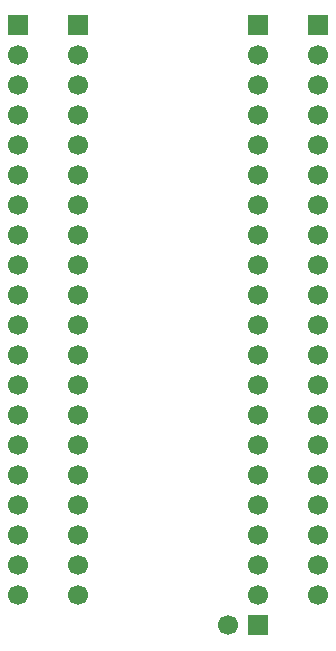
<source format=gbr>
%TF.GenerationSoftware,KiCad,Pcbnew,9.0.3*%
%TF.CreationDate,2025-07-14T16:06:07+02:00*%
%TF.ProjectId,IF-Board,49462d42-6f61-4726-942e-6b696361645f,rev?*%
%TF.SameCoordinates,Original*%
%TF.FileFunction,Soldermask,Bot*%
%TF.FilePolarity,Negative*%
%FSLAX46Y46*%
G04 Gerber Fmt 4.6, Leading zero omitted, Abs format (unit mm)*
G04 Created by KiCad (PCBNEW 9.0.3) date 2025-07-14 16:06:07*
%MOMM*%
%LPD*%
G01*
G04 APERTURE LIST*
%ADD10R,1.700000X1.700000*%
%ADD11C,1.700000*%
G04 APERTURE END LIST*
D10*
%TO.C,J8*%
X157640000Y-125450000D03*
D11*
X155100000Y-125450000D03*
%TD*%
D10*
%TO.C,J4*%
X162720000Y-74650000D03*
D11*
X162720000Y-77190000D03*
X162720000Y-79730000D03*
X162720000Y-82270000D03*
X162720000Y-84810000D03*
X162720000Y-87350000D03*
X162720000Y-89890000D03*
X162720000Y-92430000D03*
X162720000Y-94970000D03*
X162720000Y-97510000D03*
X162720000Y-100050000D03*
X162720000Y-102590000D03*
X162720000Y-105130000D03*
X162720000Y-107670000D03*
X162720000Y-110210000D03*
X162720000Y-112750000D03*
X162720000Y-115290000D03*
X162720000Y-117830000D03*
X162720000Y-120370000D03*
X162720000Y-122910000D03*
%TD*%
D10*
%TO.C,J2*%
X137320000Y-74650000D03*
D11*
X137320000Y-77190000D03*
X137320000Y-79730000D03*
X137320000Y-82270000D03*
X137320000Y-84810000D03*
X137320000Y-87350000D03*
X137320000Y-89890000D03*
X137320000Y-92430000D03*
X137320000Y-94970000D03*
X137320000Y-97510000D03*
X137320000Y-100050000D03*
X137320000Y-102590000D03*
X137320000Y-105130000D03*
X137320000Y-107670000D03*
X137320000Y-110210000D03*
X137320000Y-112750000D03*
X137320000Y-115290000D03*
X137320000Y-117830000D03*
X137320000Y-120370000D03*
X137320000Y-122910000D03*
%TD*%
D10*
%TO.C,J11*%
X142400000Y-74650000D03*
D11*
X142400000Y-77190000D03*
X142400000Y-79730000D03*
X142400000Y-82270000D03*
X142400000Y-84810000D03*
X142400000Y-87350000D03*
X142400000Y-89890000D03*
X142400000Y-92430000D03*
X142400000Y-94970000D03*
X142400000Y-97510000D03*
X142400000Y-100050000D03*
X142400000Y-102590000D03*
X142400000Y-105130000D03*
X142400000Y-107670000D03*
X142400000Y-110210000D03*
X142400000Y-112750000D03*
X142400000Y-115290000D03*
X142400000Y-117830000D03*
X142400000Y-120370000D03*
X142400000Y-122910000D03*
%TD*%
D10*
%TO.C,J10*%
X157640000Y-74650000D03*
D11*
X157640000Y-77190000D03*
X157640000Y-79730000D03*
X157640000Y-82270000D03*
X157640000Y-84810000D03*
X157640000Y-87350000D03*
X157640000Y-89890000D03*
X157640000Y-92430000D03*
X157640000Y-94970000D03*
X157640000Y-97510000D03*
X157640000Y-100050000D03*
X157640000Y-102590000D03*
X157640000Y-105130000D03*
X157640000Y-107670000D03*
X157640000Y-110210000D03*
X157640000Y-112750000D03*
X157640000Y-115290000D03*
X157640000Y-117830000D03*
X157640000Y-120370000D03*
X157640000Y-122910000D03*
%TD*%
M02*

</source>
